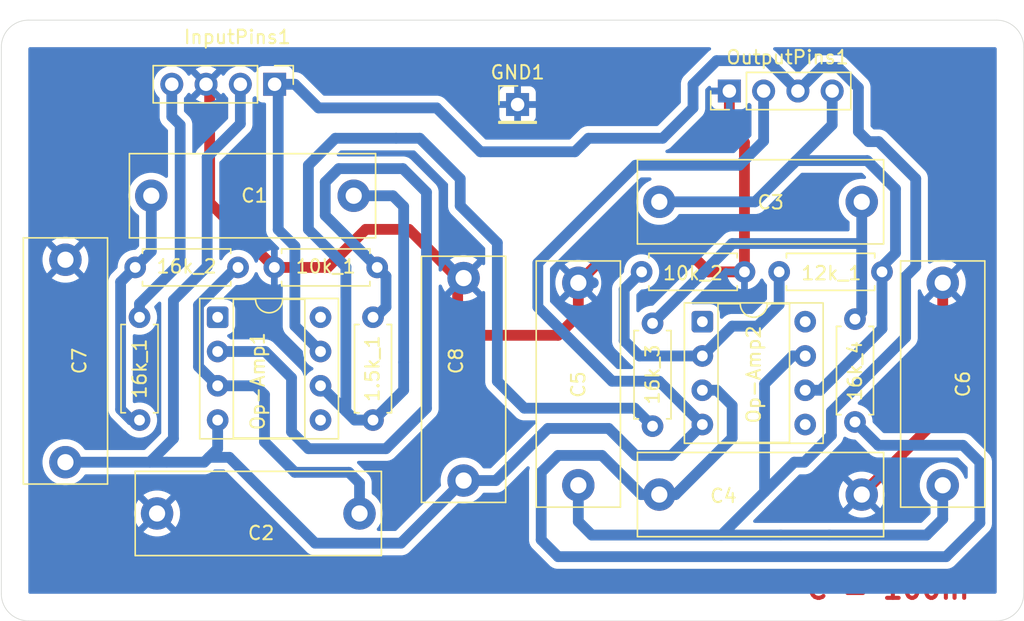
<source format=kicad_pcb>
(kicad_pcb (version 20241229) (generator "pcbnew") (generator_version "9.0")
  (layers (0 "F.Cu" signal) (2 "B.Cu" signal) (13 "F.Paste" user) (15 "B.Paste" user) (5 "F.SilkS" user "F.Silkscreen") (7 "B.SilkS" user "B.Silkscreen") (1 "F.Mask" user) (3 "B.Mask" user) (25 "Edge.Cuts" user))
  (net 0 "")
  (net 1 "GND")
  (net 2 "Net-(1.5k_1-Pad1)")
  (net 3 "Net-(Op-Amp1--)")
  (net 4 "Net-(Op-Amp2--)")
  (net 5 "V+")
  (net 6 "V-")
  (net 7 "Net-(16k_1-Pad2)")
  (net 8 "Net-(Op-Amp1-+)")
  (net 9 "Net-(Op-Amp2-+)")
  (net 16 "INPUT")
  (net 17 "Output")
  (net 18 "Net-(16k_3-Pad2)")
  (footprint "Connector_PinHeader_2.54mm:PinHeader_1x01_P2.54mm_Vertical" (layer "F.Cu") (at 162.5 92.5)
    (property "Reference" "GND1" (at 0 -2.38 0) (layer "F.SilkS"))
    (property "Value" "Conn_01x01_Pin")
    (fp_line (start -1.38 -1.38) (end 0 -1.38) (stroke (width 0.12)) (layer "F.SilkS"))
    (fp_line (start -1.38 0) (end -1.38 -1.38) (stroke (width 0.12)) (layer "F.SilkS"))
    (fp_line (start -1.38 1.27) (end -1.38 1.38) (stroke (width 0.12)) (layer "F.SilkS"))
    (fp_line (start -1.38 1.27) (end 1.38 1.27) (stroke (width 0.12)) (layer "F.SilkS"))
    (fp_line (start -1.38 1.38) (end 1.38 1.38) (stroke (width 0.12)) (layer "F.SilkS"))
    (fp_line (start 1.38 1.27) (end 1.38 1.38) (stroke (width 0.12)) (layer "F.SilkS"))
    (pad "1" thru_hole rect (at 0 0) (size 1.7 1.7) (drill 1) (layers "*.Cu" "*.Mask") (net 1 "GND"))
  )
  (footprint "Capacitor_THT:C_Rect_L18.0mm_W6.0mm_P15.00mm_FKS3_FKP3" (layer "F.Cu") (at 158.5 120.359814 90)
    (property "Reference" "C8" (at 8.859814 -0.559814 90) (layer "F.SilkS"))
    (property "Value" "C")
    (fp_line (start 16.62 -3.12) (end 16.62 3.12) (stroke (width 0.12)) (layer "F.SilkS"))
    (fp_line (start -1.62 -3.12) (end 16.62 -3.12) (stroke (width 0.12)) (layer "F.SilkS"))
    (fp_line (start -1.62 -3.12) (end -1.62 3.12) (stroke (width 0.12)) (layer "F.SilkS"))
    (fp_line (start -1.62 3.12) (end 16.62 3.12) (stroke (width 0.12)) (layer "F.SilkS"))
    (pad "1" thru_hole circle (at 0 0 90) (size 2.4 2.4) (drill 1.2) (layers "*.Cu" "*.Mask") (net 6 "V-"))
    (pad "2" thru_hole circle (at 15 0 90) (size 2.4 2.4) (drill 1.2) (layers "*.Cu" "*.Mask") (net 1 "GND"))
  )
  (footprint "Resistor_THT:R_Axial_DIN0207_L6.3mm_D2.5mm_P7.62mm_Horizontal" (layer "F.Cu") (at 134.169 104.57)
    (property "Reference" "16k_2" (at 3.81 -0.07 0) (layer "F.SilkS"))
    (property "Value" "R")
    (fp_line (start 0.54 -1.37) (end 7.08 -1.37) (stroke (width 0.12)) (layer "F.SilkS"))
    (fp_line (start 0.54 -1.04) (end 0.54 -1.37) (stroke (width 0.12)) (layer "F.SilkS"))
    (fp_line (start 0.54 1.04) (end 0.54 1.37) (stroke (width 0.12)) (layer "F.SilkS"))
    (fp_line (start 0.54 1.37) (end 7.08 1.37) (stroke (width 0.12)) (layer "F.SilkS"))
    (fp_line (start 7.08 -1.37) (end 7.08 -1.04) (stroke (width 0.12)) (layer "F.SilkS"))
    (fp_line (start 7.08 1.37) (end 7.08 1.04) (stroke (width 0.12)) (layer "F.SilkS"))
    (pad "1" thru_hole circle (at 0 0) (size 1.6 1.6) (drill 0.8) (layers "*.Cu" "*.Mask") (net 7 "Net-(16k_1-Pad2)"))
    (pad "2" thru_hole oval (at 7.62 0) (size 1.6 1.6) (drill 0.8) (layers "*.Cu" "*.Mask") (net 8 "Net-(Op-Amp1-+)"))
  )
  (footprint "Connector_PinHeader_2.54mm:PinHeader_1x04_P2.54mm_Vertical" (layer "F.Cu") (at 178.19 91.5 90)
    (property "Reference" "OutputPins1" (at 2.5 4.31 180) (layer "F.SilkS"))
    (property "Value" "Conn_01x04_Pin")
    (fp_line (start -1.38 -1.38) (end 0 -1.38) (stroke (width 0.12)) (layer "F.SilkS"))
    (fp_line (start -1.38 0) (end -1.38 -1.38) (stroke (width 0.12)) (layer "F.SilkS"))
    (fp_line (start 1.38 1.27) (end 1.38 9) (stroke (width 0.12)) (layer "F.SilkS"))
    (fp_line (start -1.38 1.27) (end 1.38 1.27) (stroke (width 0.12)) (layer "F.SilkS"))
    (fp_line (start -1.38 1.27) (end -1.38 9) (stroke (width 0.12)) (layer "F.SilkS"))
    (fp_line (start -1.38 9) (end 1.38 9) (stroke (width 0.12)) (layer "F.SilkS"))
    (pad "1" thru_hole rect (at 0 0 90) (size 1.7 1.7) (drill 1) (layers "*.Cu" "*.Mask") (net 1 "GND"))
    (pad "2" thru_hole circle (at 0 2.54 90) (size 1.7 1.7) (drill 1) (layers "*.Cu" "*.Mask") (net 6 "V-"))
    (pad "3" thru_hole circle (at 0 5.08 90) (size 1.7 1.7) (drill 1) (layers "*.Cu" "*.Mask") (net 5 "V+"))
    (pad "4" thru_hole circle (at 0 7.62 90) (size 1.7 1.7) (drill 1) (layers "*.Cu" "*.Mask") (net 17 "Output"))
  )
  (footprint "Capacitor_THT:C_Rect_L18.0mm_W6.0mm_P15.00mm_FKS3_FKP3" (layer "F.Cu") (at 129 119 90)
    (property "Reference" "C7" (at 7.5 1.039 90) (layer "F.SilkS"))
    (property "Value" "C")
    (fp_line (start 16.62 -3.12) (end 16.62 3.12) (stroke (width 0.12)) (layer "F.SilkS"))
    (fp_line (start -1.62 -3.12) (end 16.62 -3.12) (stroke (width 0.12)) (layer "F.SilkS"))
    (fp_line (start -1.62 -3.12) (end -1.62 3.12) (stroke (width 0.12)) (layer "F.SilkS"))
    (fp_line (start -1.62 3.12) (end 16.62 3.12) (stroke (width 0.12)) (layer "F.SilkS"))
    (pad "1" thru_hole circle (at 0 0 90) (size 2.4 2.4) (drill 1.2) (layers "*.Cu" "*.Mask") (net 6 "V-"))
    (pad "2" thru_hole circle (at 15 0 90) (size 2.4 2.4) (drill 1.2) (layers "*.Cu" "*.Mask") (net 1 "GND"))
  )
  (footprint "Resistor_THT:R_Axial_DIN0207_L6.3mm_D2.5mm_P7.62mm_Horizontal" (layer "F.Cu") (at 134.489 108.26 -90)
    (property "Reference" "16k_1" (at 3.81 -0.011 90) (layer "F.SilkS"))
    (property "Value" "R")
    (fp_line (start 0.54 1.37) (end 7.08 1.37) (stroke (width 0.12)) (layer "F.SilkS"))
    (fp_line (start 7.08 1.37) (end 7.08 1.04) (stroke (width 0.12)) (layer "F.SilkS"))
    (fp_line (start 0.54 1.04) (end 0.54 1.37) (stroke (width 0.12)) (layer "F.SilkS"))
    (fp_line (start 0.54 -1.04) (end 0.54 -1.37) (stroke (width 0.12)) (layer "F.SilkS"))
    (fp_line (start 0.54 -1.37) (end 7.08 -1.37) (stroke (width 0.12)) (layer "F.SilkS"))
    (fp_line (start 7.08 -1.37) (end 7.08 -1.04) (stroke (width 0.12)) (layer "F.SilkS"))
    (pad "1" thru_hole circle (at 0 0 270) (size 1.6 1.6) (drill 0.8) (layers "*.Cu" "*.Mask") (net 16 "INPUT"))
    (pad "2" thru_hole oval (at 7.62 0 270) (size 1.6 1.6) (drill 0.8) (layers "*.Cu" "*.Mask") (net 7 "Net-(16k_1-Pad2)"))
  )
  (footprint "Capacitor_THT:C_Rect_L18.0mm_W6.0mm_P15.00mm_FKS3_FKP3" (layer "F.Cu") (at 167 120.71 90)
    (property "Reference" "C5" (at 7.46 0 90) (layer "F.SilkS"))
    (property "Value" "C")
    (fp_line (start 16.62 -3.12) (end 16.62 3.12) (stroke (width 0.12)) (layer "F.SilkS"))
    (fp_line (start -1.62 -3.12) (end 16.62 -3.12) (stroke (width 0.12)) (layer "F.SilkS"))
    (fp_line (start -1.62 -3.12) (end -1.62 3.12) (stroke (width 0.12)) (layer "F.SilkS"))
    (fp_line (start -1.62 3.12) (end 16.62 3.12) (stroke (width 0.12)) (layer "F.SilkS"))
    (pad "1" thru_hole circle (at 0 0 90) (size 2.4 2.4) (drill 1.2) (layers "*.Cu" "*.Mask") (net 5 "V+"))
    (pad "2" thru_hole circle (at 15 0 90) (size 2.4 2.4) (drill 1.2) (layers "*.Cu" "*.Mask") (net 1 "GND"))
  )
  (footprint "Package_DIP:DIP-8_W7.62mm_Socket" (layer "F.Cu") (at 176.19 108.59)
    (property "Reference" "Op-Amp2" (at 3.81 3.91 270) (layer "F.SilkS"))
    (property "Value" "TL081")
    (fp_line (start 1.16 -1.33) (end 1.16 8.95) (stroke (width 0.12)) (layer "F.SilkS"))
    (fp_line (start 1.16 8.95) (end 6.46 8.95) (stroke (width 0.12)) (layer "F.SilkS"))
    (fp_line (start 2.81 -1.33) (end 1.16 -1.33) (stroke (width 0.12)) (layer "F.SilkS"))
    (fp_line (start 6.46 -1.33) (end 4.81 -1.33) (stroke (width 0.12)) (layer "F.SilkS"))
    (fp_line (start 6.46 8.95) (end 6.46 -1.33) (stroke (width 0.12)) (layer "F.SilkS"))
    (fp_rect (start -1.33 -1.39) (end 8.95 9.01) (stroke (width 0.12)) (fill no) (layer "F.SilkS"))
    (fp_arc (start 4.81 -1.33) (mid 3.81 -0.33) (end 2.81 -1.33) (stroke (width 0.12)) (layer "F.SilkS"))
    (pad "1" thru_hole roundrect (at 0 0) (size 1.6 1.6) (drill 0.8) (layers "*.Cu" "*.Mask") (roundrect_rratio 0.15625))
    (pad "2" thru_hole circle (at 0 2.54) (size 1.6 1.6) (drill 0.8) (layers "*.Cu" "*.Mask") (net 4 "Net-(Op-Amp2--)"))
    (pad "3" thru_hole circle (at 0 5.08) (size 1.6 1.6) (drill 0.8) (layers "*.Cu" "*.Mask") (net 9 "Net-(Op-Amp2-+)"))
    (pad "4" thru_hole circle (at 0 7.62) (size 1.6 1.6) (drill 0.8) (layers "*.Cu" "*.Mask") (net 6 "V-"))
    (pad "5" thru_hole circle (at 7.62 7.62) (size 1.6 1.6) (drill 0.8) (layers "*.Cu" "*.Mask"))
    (pad "6" thru_hole circle (at 7.62 5.08) (size 1.6 1.6) (drill 0.8) (layers "*.Cu" "*.Mask") (net 17 "Output"))
    (pad "7" thru_hole circle (at 7.62 2.54) (size 1.6 1.6) (drill 0.8) (layers "*.Cu" "*.Mask") (net 5 "V+"))
    (pad "8" thru_hole circle (at 7.62 0) (size 1.6 1.6) (drill 0.8) (layers "*.Cu" "*.Mask"))
  )
  (footprint "Capacitor_THT:C_Rect_L18.0mm_W6.0mm_P15.00mm_FKS3_FKP3" (layer "F.Cu") (at 194 120.71 90)
    (property "Reference" "C6" (at 7.5 1.5 90) (layer "F.SilkS"))
    (property "Value" "C")
    (fp_line (start 16.62 -3.12) (end 16.62 3.12) (stroke (width 0.12)) (layer "F.SilkS"))
    (fp_line (start -1.62 -3.12) (end 16.62 -3.12) (stroke (width 0.12)) (layer "F.SilkS"))
    (fp_line (start -1.62 -3.12) (end -1.62 3.12) (stroke (width 0.12)) (layer "F.SilkS"))
    (fp_line (start -1.62 3.12) (end 16.62 3.12) (stroke (width 0.12)) (layer "F.SilkS"))
    (pad "1" thru_hole circle (at 0 0 90) (size 2.4 2.4) (drill 1.2) (layers "*.Cu" "*.Mask") (net 5 "V+"))
    (pad "2" thru_hole circle (at 15 0 90) (size 2.4 2.4) (drill 1.2) (layers "*.Cu" "*.Mask") (net 1 "GND"))
  )
  (footprint "Resistor_THT:R_Axial_DIN0207_L6.3mm_D2.5mm_P7.62mm_Horizontal" (layer "F.Cu") (at 152.099 104.57 180)
    (property "Reference" "10k_1" (at 3.81 0.07 0) (layer "F.SilkS"))
    (property "Value" "R")
    (fp_line (start 7.08 1.37) (end 7.08 1.04) (stroke (width 0.12)) (layer "F.SilkS"))
    (fp_line (start 7.08 -1.37) (end 7.08 -1.04) (stroke (width 0.12)) (layer "F.SilkS"))
    (fp_line (start 0.54 1.37) (end 7.08 1.37) (stroke (width 0.12)) (layer "F.SilkS"))
    (fp_line (start 0.54 1.04) (end 0.54 1.37) (stroke (width 0.12)) (layer "F.SilkS"))
    (fp_line (start 0.54 -1.04) (end 0.54 -1.37) (stroke (width 0.12)) (layer "F.SilkS"))
    (fp_line (start 0.54 -1.37) (end 7.08 -1.37) (stroke (width 0.12)) (layer "F.SilkS"))
    (pad "1" thru_hole circle (at 0 0 180) (size 1.6 1.6) (drill 0.8) (layers "*.Cu" "*.Mask") (net 3 "Net-(Op-Amp1--)"))
    (pad "2" thru_hole oval (at 7.62 0 180) (size 1.6 1.6) (drill 0.8) (layers "*.Cu" "*.Mask") (net 1 "GND"))
  )
  (footprint "Capacitor_THT:C_Rect_L18.0mm_W6.0mm_P15.00mm_FKS3_FKP3" (layer "F.Cu") (at 173 99.71)
    (property "Reference" "C3" (at 8.25 0.04 0) (layer "F.SilkS"))
    (property "Value" "C")
    (fp_line (start -1.62 -3.12) (end -1.62 3.12) (stroke (width 0.12)) (layer "F.SilkS"))
    (fp_line (start -1.62 -3.12) (end 16.62 -3.12) (stroke (width 0.12)) (layer "F.SilkS"))
    (fp_line (start -1.62 3.12) (end 16.62 3.12) (stroke (width 0.12)) (layer "F.SilkS"))
    (fp_line (start 16.62 -3.12) (end 16.62 3.12) (stroke (width 0.12)) (layer "F.SilkS"))
    (pad "1" thru_hole circle (at 0 0) (size 2.4 2.4) (drill 1.2) (layers "*.Cu" "*.Mask") (net 17 "Output"))
    (pad "2" thru_hole circle (at 15 0) (size 2.4 2.4) (drill 1.2) (layers "*.Cu" "*.Mask") (net 18 "Net-(16k_3-Pad2)"))
  )
  (footprint "Resistor_THT:R_Axial_DIN0207_L6.3mm_D2.5mm_P7.62mm_Horizontal" (layer "F.Cu") (at 189.5 104.9 180)
    (property "Reference" "12k_1" (at 3.75 -0.1 0) (layer "F.SilkS"))
    (property "Value" "R")
    (fp_line (start 7.08 1.37) (end 7.08 1.04) (stroke (width 0.12)) (layer "F.SilkS"))
    (fp_line (start 7.08 -1.37) (end 7.08 -1.04) (stroke (width 0.12)) (layer "F.SilkS"))
    (fp_line (start 0.54 1.37) (end 7.08 1.37) (stroke (width 0.12)) (layer "F.SilkS"))
    (fp_line (start 0.54 1.04) (end 0.54 1.37) (stroke (width 0.12)) (layer "F.SilkS"))
    (fp_line (start 0.54 -1.04) (end 0.54 -1.37) (stroke (width 0.12)) (layer "F.SilkS"))
    (fp_line (start 0.54 -1.37) (end 7.08 -1.37) (stroke (width 0.12)) (layer "F.SilkS"))
    (pad "1" thru_hole circle (at 0 0 180) (size 1.6 1.6) (drill 0.8) (layers "*.Cu" "*.Mask") (net 17 "Output"))
    (pad "2" thru_hole oval (at 7.62 0 180) (size 1.6 1.6) (drill 0.8) (layers "*.Cu" "*.Mask") (net 4 "Net-(Op-Amp2--)"))
  )
  (footprint "Resistor_THT:R_Axial_DIN0207_L6.3mm_D2.5mm_P7.62mm_Horizontal" (layer "F.Cu") (at 187.5 108.4 -90)
    (property "Reference" "16k_4" (at 3.85 0 90) (layer "F.SilkS"))
    (property "Value" "R")
    (fp_line (start 0.54 1.37) (end 7.08 1.37) (stroke (width 0.12)) (layer "F.SilkS"))
    (fp_line (start 7.08 1.37) (end 7.08 1.04) (stroke (width 0.12)) (layer "F.SilkS"))
    (fp_line (start 0.54 1.04) (end 0.54 1.37) (stroke (width 0.12)) (layer "F.SilkS"))
    (fp_line (start 0.54 -1.04) (end 0.54 -1.37) (stroke (width 0.12)) (layer "F.SilkS"))
    (fp_line (start 0.54 -1.37) (end 7.08 -1.37) (stroke (width 0.12)) (layer "F.SilkS"))
    (fp_line (start 7.08 -1.37) (end 7.08 -1.04) (stroke (width 0.12)) (layer "F.SilkS"))
    (pad "1" thru_hole circle (at 0 0 270) (size 1.6 1.6) (drill 0.8) (layers "*.Cu" "*.Mask") (net 18 "Net-(16k_3-Pad2)"))
    (pad "2" thru_hole oval (at 7.62 0 270) (size 1.6 1.6) (drill 0.8) (layers "*.Cu" "*.Mask") (net 9 "Net-(Op-Amp2-+)"))
  )
  (footprint "Resistor_THT:R_Axial_DIN0207_L6.3mm_D2.5mm_P7.62mm_Horizontal" (layer "F.Cu") (at 151.789 115.88 90)
    (property "Reference" "1.5k_1" (at 3.81 -0.039 90) (layer "F.SilkS"))
    (property "Value" "R")
    (fp_line (start 7.08 -1.37) (end 7.08 -1.04) (stroke (width 0.12)) (layer "F.SilkS"))
    (fp_line (start 0.54 -1.37) (end 7.08 -1.37) (stroke (width 0.12)) (layer "F.SilkS"))
    (fp_line (start 0.54 -1.04) (end 0.54 -1.37) (stroke (width 0.12)) (layer "F.SilkS"))
    (fp_line (start 0.54 1.04) (end 0.54 1.37) (stroke (width 0.12)) (layer "F.SilkS"))
    (fp_line (start 7.08 1.37) (end 7.08 1.04) (stroke (width 0.12)) (layer "F.SilkS"))
    (fp_line (start 0.54 1.37) (end 7.08 1.37) (stroke (width 0.12)) (layer "F.SilkS"))
    (pad "1" thru_hole circle (at 0 0 90) (size 1.6 1.6) (drill 0.8) (layers "*.Cu" "*.Mask") (net 2 "Net-(1.5k_1-Pad1)"))
    (pad "2" thru_hole oval (at 7.62 0 90) (size 1.6 1.6) (drill 0.8) (layers "*.Cu" "*.Mask") (net 3 "Net-(Op-Amp1--)"))
  )
  (footprint "Capacitor_THT:C_Rect_L18.0mm_W6.0mm_P15.00mm_FKS3_FKP3" (layer "F.Cu") (at 150.359814 99.259814 180)
    (property "Reference" "C1" (at 7.359814 0.009814 0) (layer "F.SilkS"))
    (property "Value" "C")
    (fp_line (start 16.62 -3.12) (end 16.62 3.12) (stroke (width 0.12)) (layer "F.SilkS"))
    (fp_line (start -1.62 3.12) (end 16.62 3.12) (stroke (width 0.12)) (layer "F.SilkS"))
    (fp_line (start -1.62 -3.12) (end 16.62 -3.12) (stroke (width 0.12)) (layer "F.SilkS"))
    (fp_line (start -1.62 -3.12) (end -1.62 3.12) (stroke (width 0.12)) (layer "F.SilkS"))
    (pad "1" thru_hole circle (at 0 0 180) (size 2.4 2.4) (drill 1.2) (layers "*.Cu" "*.Mask") (net 2 "Net-(1.5k_1-Pad1)"))
    (pad "2" thru_hole circle (at 15 0 180) (size 2.4 2.4) (drill 1.2) (layers "*.Cu" "*.Mask") (net 7 "Net-(16k_1-Pad2)"))
  )
  (footprint "Capacitor_THT:C_Rect_L18.0mm_W6.0mm_P15.00mm_FKS3_FKP3" (layer "F.Cu") (at 135.789 122.8)
    (property "Reference" "C2" (at 7.711 1.45 0) (layer "F.SilkS"))
    (property "Value" "C")
    (fp_line (start -1.62 -3.12) (end -1.62 3.12) (stroke (width 0.12)) (layer "F.SilkS"))
    (fp_line (start -1.62 -3.12) (end 16.62 -3.12) (stroke (width 0.12)) (layer "F.SilkS"))
    (fp_line (start -1.62 3.12) (end 16.62 3.12) (stroke (width 0.12)) (layer "F.SilkS"))
    (fp_line (start 16.62 -3.12) (end 16.62 3.12) (stroke (width 0.12)) (layer "F.SilkS"))
    (pad "1" thru_hole circle (at 0 0) (size 2.4 2.4) (drill 1.2) (layers "*.Cu" "*.Mask") (net 1 "GND"))
    (pad "2" thru_hole circle (at 15 0) (size 2.4 2.4) (drill 1.2) (layers "*.Cu" "*.Mask") (net 8 "Net-(Op-Amp1-+)"))
  )
  (footprint "Connector_PinHeader_2.54mm:PinHeader_1x04_P2.54mm_Vertical" (layer "F.Cu") (at 144.5 91 -90)
    (property "Reference" "InputPins1" (at -3.5 2.764814 0) (layer "F.SilkS"))
    (property "Value" "Conn_01x04_Pin")
    (fp_line (start -1.38 9) (end 1.38 9) (stroke (width 0.12)) (layer "F.SilkS"))
    (fp_line (start -1.38 1.27) (end -1.38 9) (stroke (width 0.12)) (layer "F.SilkS"))
    (fp_line (start -1.38 1.27) (end 1.38 1.27) (stroke (width 0.12)) (layer "F.SilkS"))
    (fp_line (start 1.38 1.27) (end 1.38 9) (stroke (width 0.12)) (layer "F.SilkS"))
    (fp_line (start -1.38 0) (end -1.38 -1.38) (stroke (width 0.12)) (layer "F.SilkS"))
    (fp_line (start -1.38 -1.38) (end 0 -1.38) (stroke (width 0.12)) (layer "F.SilkS"))
    (pad "1" thru_hole rect (at 0 0 270) (size 1.7 1.7) (drill 1) (layers "*.Cu" "*.Mask") (net 5 "V+"))
    (pad "2" thru_hole circle (at 0 2.54 270) (size 1.7 1.7) (drill 1) (layers "*.Cu" "*.Mask") (net 6 "V-"))
    (pad "3" thru_hole circle (at 0 5.08 270) (size 1.7 1.7) (drill 1) (layers "*.Cu" "*.Mask") (net 1 "GND"))
    (pad "4" thru_hole circle (at 0 7.62 270) (size 1.7 1.7) (drill 1) (layers "*.Cu" "*.Mask") (net 16 "INPUT"))
  )
  (footprint "Capacitor_THT:C_Rect_L18.0mm_W6.0mm_P15.00mm_FKS3_FKP3" (layer "F.Cu") (at 188 121.4 180)
    (property "Reference" "C4" (at 10.25 -0.1 180) (layer "F.SilkS"))
    (property "Value" "C")
    (fp_line (start 16.62 -3.12) (end 16.62 3.12) (stroke (width 0.12)) (layer "F.SilkS"))
    (fp_line (start -1.62 3.12) (end 16.62 3.12) (stroke (width 0.12)) (layer "F.SilkS"))
    (fp_line (start -1.62 -3.12) (end 16.62 -3.12) (stroke (width 0.12)) (layer "F.SilkS"))
    (fp_line (start -1.62 -3.12) (end -1.62 3.12) (stroke (width 0.12)) (layer "F.SilkS"))
    (pad "1" thru_hole circle (at 0 0 180) (size 2.4 2.4) (drill 1.2) (layers "*.Cu" "*.Mask") (net 1 "GND"))
    (pad "2" thru_hole circle (at 15 0 180) (size 2.4 2.4) (drill 1.2) (layers "*.Cu" "*.Mask") (net 9 "Net-(Op-Amp2-+)"))
  )
  (footprint "Package_DIP:DIP-8_W7.62mm_Socket" (layer "F.Cu") (at 140.279 108.26)
    (property "Reference" "Op-Amp1" (at 2.971 4.74 90) (layer "F.SilkS"))
    (property "Value" "TL081")
    (fp_line (start 1.16 -1.33) (end 1.16 8.95) (stroke (width 0.12)) (layer "F.SilkS"))
    (fp_line (start 1.16 8.95) (end 6.46 8.95) (stroke (width 0.12)) (layer "F.SilkS"))
    (fp_line (start 2.81 -1.33) (end 1.16 -1.33) (stroke (width 0.12)) (layer "F.SilkS"))
    (fp_line (start 6.46 -1.33) (end 4.81 -1.33) (stroke (width 0.12)) (layer "F.SilkS"))
    (fp_line (start 6.46 8.95) (end 6.46 -1.33) (stroke (width 0.12)) (layer "F.SilkS"))
    (fp_rect (start -1.33 -1.39) (end 8.95 9.01) (stroke (width 0.12)) (fill no) (layer "F.SilkS"))
    (fp_arc (start 4.81 -1.33) (mid 3.81 -0.33) (end 2.81 -1.33) (stroke (width 0.12)) (layer "F.SilkS"))
    (pad "1" thru_hole roundrect (at 0 0) (size 1.6 1.6) (drill 0.8) (layers "*.Cu" "*.Mask") (roundrect_rratio 0.15625))
    (pad "2" thru_hole circle (at 0 2.54) (size 1.6 1.6) (drill 0.8) (layers "*.Cu" "*.Mask") (net 3 "Net-(Op-Amp1--)"))
    (pad "3" thru_hole circle (at 0 5.08) (size 1.6 1.6) (drill 0.8) (layers "*.Cu" "*.Mask") (net 8 "Net-(Op-Amp1-+)"))
    (pad "4" thru_hole circle (at 0 7.62) (size 1.6 1.6) (drill 0.8) (layers "*.Cu" "*.Mask") (net 6 "V-"))
    (pad "5" thru_hole circle (at 7.62 7.62) (size 1.6 1.6) (drill 0.8) (layers "*.Cu" "*.Mask"))
    (pad "6" thru_hole circle (at 7.62 5.08) (size 1.6 1.6) (drill 0.8) (layers "*.Cu" "*.Mask") (net 2 "Net-(1.5k_1-Pad1)"))
    (pad "7" thru_hole circle (at 7.62 2.54) (size 1.6 1.6) (drill 0.8) (layers "*.Cu" "*.Mask") (net 5 "V+"))
    (pad "8" thru_hole circle (at 7.62 0) (size 1.6 1.6) (drill 0.8) (layers "*.Cu" "*.Mask"))
  )
  (footprint "Resistor_THT:R_Axial_DIN0207_L6.3mm_D2.5mm_P7.62mm_Horizontal" (layer "F.Cu") (at 172.5 116.33 90)
    (property "Reference" "16k_3" (at 3.83 0 90) (layer "F.SilkS"))
    (property "Value" "R")
    (fp_line (start 7.08 -1.37) (end 7.08 -1.04) (stroke (width 0.12)) (layer "F.SilkS"))
    (fp_line (start 0.54 -1.37) (end 7.08 -1.37) (stroke (width 0.12)) (layer "F.SilkS"))
    (fp_line (start 0.54 -1.04) (end 0.54 -1.37) (stroke (width 0.12)) (layer "F.SilkS"))
    (fp_line (start 0.54 1.04) (end 0.54 1.37) (stroke (width 0.12)) (layer "F.SilkS"))
    (fp_line (start 7.08 1.37) (end 7.08 1.04) (stroke (width 0.12)) (layer "F.SilkS"))
    (fp_line (start 0.54 1.37) (end 7.08 1.37) (stroke (width 0.12)) (layer "F.SilkS"))
    (pad "1" thru_hole circle (at 0 0 90) (size 1.6 1.6) (drill 0.8) (layers "*.Cu" "*.Mask") (net 2 "Net-(1.5k_1-Pad1)"))
    (pad "2" thru_hole oval (at 7.62 0 90) (size 1.6 1.6) (drill 0.8) (layers "*.Cu" "*.Mask"))
  )
  (footprint "Resistor_THT:R_Axial_DIN0207_L6.3mm_D2.5mm_P7.62mm_Horizontal" (layer "F.Cu") (at 171.69 104.9)
    (property "Reference" "10k_2" (at 3.81 0.1 0) (layer "F.SilkS"))
    (property "Value" "R")
    (fp_line (start 0.54 -1.37) (end 7.08 -1.37) (stroke (width 0.12)) (layer "F.SilkS"))
    (fp_line (start 0.54 -1.04) (end 0.54 -1.37) (stroke (width 0.12)) (layer "F.SilkS"))
    (fp_line (start 0.54 1.04) (end 0.54 1.37) (stroke (width 0.12)) (layer "F.SilkS"))
    (fp_line (start 0.54 1.37) (end 7.08 1.37) (stroke (width 0.12)) (layer "F.SilkS"))
    (fp_line (start 7.08 -1.37) (end 7.08 -1.04) (stroke (width 0.12)) (layer "F.SilkS"))
    (fp_line (start 7.08 1.37) (end 7.08 1.04) (stroke (width 0.12)) (layer "F.SilkS"))
    (pad "1" thru_hole circle (at 0 0) (size 1.6 1.6) (drill 0.8) (layers "*.Cu" "*.Mask") (net 4 "Net-(Op-Amp2--)"))
    (pad "2" thru_hole oval (at 7.62 0) (size 1.6 1.6) (drill 0.8) (layers "*.Cu" "*.Mask") (net 1 "GND"))
  )
  (gr_arc (start 126.25 130.75) (mid 124.835786 130.164214) (end 124.25 128.75) (stroke (width 0.05)) (layer "Edge.Cuts"))
  (gr_line (start 126.25 86.25) (end 198 86.25) (stroke (width 0.05)) (layer "Edge.Cuts"))
  (gr_line (start 198 130.75) (end 126.25 130.75) (stroke (width 0.05)) (layer "Edge.Cuts"))
  (gr_line (start 124.25 128.75) (end 124.25 88.25) (stroke (width 0.05)) (layer "Edge.Cuts"))
  (gr_arc (start 198 86.25) (mid 199.414214 86.835786) (end 200 88.25) (stroke (width 0.05)) (layer "Edge.Cuts"))
  (gr_line (start 200 88.25) (end 200 128.75) (stroke (width 0.05)) (layer "Edge.Cuts"))
  (gr_arc (start 124.25 88.25) (mid 124.835786 86.835786) (end 126.25 86.25) (stroke (width 0.05)) (layer "Edge.Cuts"))
  (gr_arc (start 200 128.75) (mid 199.414214 130.164214) (end 198 130.75) (stroke (width 0.05)) (layer "Edge.Cuts"))
  (gr_text "C = 100nF" (at 183.75 129.25 0) (layer "F.Cu") (effects (font (size 1.5 1.5) (thickness 0.3) (bold yes)) (justify left bottom)))
  (segment (start 178.19 94.19) (end 178.19 91.5) (width 0.8) (layer "F.Cu") (net 1))
  (segment (start 194 115.4) (end 194 105.71) (width 0.8) (layer "F.Cu") (net 1))
  (segment (start 176.65 104.9) (end 179.31 104.9) (width 0.8) (layer "F.Cu") (net 1))
  (segment (start 158.059814 105.359814) (end 158.5 105.359814) (width 0.8) (layer "F.Cu") (net 1))
  (segment (start 144.479 104.57) (end 148.43 104.57) (width 0.8) (layer "F.Cu") (net 1))
  (segment (start 179.31 95.31) (end 178.19 94.19) (width 0.8) (layer "F.Cu") (net 1))
  (segment (start 139.42 91) (end 139.684814 91.264814) (width 0.8) (layer "F.Cu") (net 1))
  (segment (start 158.059814 108.459814) (end 158.059814 105.8) (width 0.8) (layer "F.Cu") (net 1))
  (segment (start 170.46 102.25) (end 174 102.25) (width 0.8) (layer "F.Cu") (net 1))
  (segment (start 167 105.71) (end 170.46 102.25) (width 0.8) (layer "F.Cu") (net 1))
  (segment (start 139.684814 99.775814) (end 144.479 104.57) (width 0.8) (layer "F.Cu") (net 1))
  (segment (start 174 102.25) (end 176.65 104.9) (width 0.8) (layer "F.Cu") (net 1))
  (segment (start 139.684814 91.264814) (end 139.684814 99.775814) (width 0.8) (layer "F.Cu") (net 1))
  (segment (start 167 108.1) (end 165.5 109.6) (width 0.8) (layer "F.Cu") (net 1))
  (segment (start 165.5 109.6) (end 159.2 109.6) (width 0.8) (layer "F.Cu") (net 1))
  (segment (start 148.43 104.57) (end 151.25 101.75) (width 0.8) (layer "F.Cu") (net 1))
  (segment (start 158.059814 105.8) (end 158.5 105.359814) (width 0.8) (layer "F.Cu") (net 1))
  (segment (start 179.31 104.9) (end 179.31 95.31) (width 0.8) (layer "F.Cu") (net 1))
  (segment (start 154.45 101.75) (end 158.059814 105.359814) (width 0.8) (layer "F.Cu") (net 1))
  (segment (start 188 121.4) (end 194 115.4) (width 0.8) (layer "F.Cu") (net 1))
  (segment (start 159.2 109.6) (end 158.059814 108.459814) (width 0.8) (layer "F.Cu") (net 1))
  (segment (start 167 105.71) (end 167 108.1) (width 0.8) (layer "F.Cu") (net 1))
  (segment (start 151.25 101.75) (end 154.45 101.75) (width 0.8) (layer "F.Cu") (net 1))
  (segment (start 167 105.71) (end 168.11 105.71) (width 0.8) (layer "B.Cu") (net 1))
  (segment (start 154.059814 113.659814) (end 151.839628 115.88) (width 0.8) (layer "B.Cu") (net 2))
  (segment (start 153.5 95) (end 149 95) (width 0.8) (layer "B.Cu") (net 2))
  (segment (start 149.7795 104.5295) (end 149.7795 115.2205) (width 0.8) (layer "B.Cu") (net 2))
  (segment (start 171.17 115) (end 163 115) (width 0.8) (layer "B.Cu") (net 2))
  (segment (start 150.439 115.88) (end 149.7795 115.2205) (width 0.8) (layer "B.Cu") (net 2))
  (segment (start 149 95) (end 147 97) (width 0.8) (layer "B.Cu") (net 2))
  (segment (start 158.25 98) (end 155.25 95) (width 0.8) (layer "B.Cu") (net 2))
  (segment (start 155.25 95) (end 153.5 95) (width 0.8) (layer "B.Cu") (net 2))
  (segment (start 172.5 116.33) (end 171.17 115) (width 0.8) (layer "B.Cu") (net 2))
  (segment (start 147 97) (end 147 101.75) (width 0.8) (layer "B.Cu") (net 2))
  (segment (start 151.839628 115.88) (end 151.789 115.88) (width 0.8) (layer "B.Cu") (net 2))
  (segment (start 161 102.75) (end 158.25 100) (width 0.8) (layer "B.Cu") (net 2))
  (segment (start 161 113) (end 161 102.75) (width 0.8) (layer "B.Cu") (net 2))
  (segment (start 158.25 100) (end 158.25 98) (width 0.8) (layer "B.Cu") (net 2))
  (segment (start 163 115) (end 161 113) (width 0.8) (layer "B.Cu") (net 2))
  (segment (start 151.789 115.88) (end 150.439 115.88) (width 0.8) (layer "B.Cu") (net 2))
  (segment (start 154.059814 100.059814) (end 154.059814 111.6) (width 0.8) (layer "B.Cu") (net 2))
  (segment (start 149.7795 115.2205) (end 147.899 113.34) (width 0.8) (layer "B.Cu") (net 2))
  (segment (start 154.059814 111.6) (end 154.059814 113.659814) (width 0.8) (layer "B.Cu") (net 2))
  (segment (start 147 101.75) (end 149.7795 104.5295) (width 0.8) (layer "B.Cu") (net 2))
  (segment (start 153.259814 99.259814) (end 154.059814 100.059814) (width 0.8) (layer "B.Cu") (net 2))
  (segment (start 150.359814 99.259814) (end 153.259814 99.259814) (width 0.8) (layer "B.Cu") (net 2))
  (segment (start 145.75 112.75) (end 145.75 116.75) (width 0.8) (layer "B.Cu") (net 3))
  (segment (start 152.75 118) (end 155.75 115) (width 0.8) (layer "B.Cu") (net 3))
  (segment (start 151.99 108.26) (end 152.75 107.5) (width 0.8) (layer "B.Cu") (net 3))
  (segment (start 148.25 98.25) (end 148.25 100.721) (width 0.8) (layer "B.Cu") (net 3))
  (segment (start 154 97.25) (end 149.25 97.25) (width 0.8) (layer "B.Cu") (net 3))
  (segment (start 155.75 115) (end 155.75 99) (width 0.8) (layer "B.Cu") (net 3))
  (segment (start 155.75 99) (end 154 97.25) (width 0.8) (layer "B.Cu") (net 3))
  (segment (start 148.25 100.721) (end 152.099 104.57) (width 0.8) (layer "B.Cu") (net 3))
  (segment (start 147 118) (end 152.75 118) (width 0.8) (layer "B.Cu") (net 3))
  (segment (start 143.8 110.8) (end 145.75 112.75) (width 0.8) (layer "B.Cu") (net 3))
  (segment (start 149.25 97.25) (end 148.25 98.25) (width 0.8) (layer "B.Cu") (net 3))
  (segment (start 152.75 107.5) (end 152.75 105.221) (width 0.8) (layer "B.Cu") (net 3))
  (segment (start 151.789 108.26) (end 151.99 108.26) (width 0.8) (layer "B.Cu") (net 3))
  (segment (start 145.75 116.75) (end 147 118) (width 0.8) (layer "B.Cu") (net 3))
  (segment (start 152.75 105.221) (end 152.099 104.57) (width 0.8) (layer "B.Cu") (net 3))
  (segment (start 140.279 110.8) (end 143.8 110.8) (width 0.8) (layer "B.Cu") (net 3))
  (segment (start 176.19 111.13) (end 178.4 108.92) (width 0.8) (layer "B.Cu") (net 4))
  (segment (start 171.69 104.9) (end 170.4 106.19) (width 0.8) (layer "B.Cu") (net 4))
  (segment (start 170.4 110) (end 171.53 111.13) (width 0.8) (layer "B.Cu") (net 4))
  (segment (start 178.4 108.92) (end 180.28 108.92) (width 0.8) (layer "B.Cu") (net 4))
  (segment (start 170.4 106.19) (end 170.4 110) (width 0.8) (layer "B.Cu") (net 4))
  (segment (start 171.53 111.13) (end 176.19 111.13) (width 0.8) (layer "B.Cu") (net 4))
  (segment (start 180.28 108.92) (end 181.88 107.32) (width 0.8) (layer "B.Cu") (net 4))
  (segment (start 181.88 107.32) (end 181.88 104.9) (width 0.8) (layer "B.Cu") (net 4))
  (segment (start 194 123.2) (end 192.8 124.4) (width 0.8) (layer "B.Cu") (net 5))
  (segment (start 185.6 124.4) (end 182 124.4) (width 0.8) (layer "B.Cu") (net 5))
  (segment (start 144.5 91) (end 146 91) (width 0.8) (layer "B.Cu") (net 5))
  (segment (start 173.25 95) (end 175.5 92.75) (width 0.8) (layer "B.Cu") (net 5))
  (segment (start 144.764814 91.264814) (end 144.764814 101.764814) (width 0.8) (layer "B.Cu") (net 5))
  (segment (start 192 104.5) (end 191.25 105.25) (width 0.8) (layer "B.Cu") (net 5))
  (segment (start 167.75 95) (end 173.25 95) (width 0.8) (layer "B.Cu") (net 5))
  (segment (start 159.75 96) (end 166.75 96) (width 0.8) (layer "B.Cu") (net 5))
  (segment (start 182 124.4) (end 177.6 124.4) (width 0.8) (layer "B.Cu") (net 5))
  (segment (start 187.75 91.25) (end 187.75 94.5) (width 0.8) (layer "B.Cu") (net 5))
  (segment (start 180.8 113.2) (end 182.87 111.13) (width 0.8) (layer "B.Cu") (net 5))
  (segment (start 177.6 124.4) (end 180.8 121.2) (width 0.8) (layer "B.Cu") (net 5))
  (segment (start 183.75 119) (end 183 119) (width 0.8) (layer "B.Cu") (net 5))
  (segment (start 146 91) (end 147.75 92.75) (width 0.8) (layer "B.Cu") (net 5))
  (segment (start 183 119) (end 180.8 121.2) (width 0.8) (layer "B.Cu") (net 5))
  (segment (start 194 120.71) (end 194 123.2) (width 0.8) (layer "B.Cu") (net 5))
  (segment (start 181.02 89.25) (end 183.27 91.5) (width 0.8) (layer "B.Cu") (net 5))
  (segment (start 167 120.71) (end 167 123.4) (width 0.8) (layer "B.Cu") (net 5))
  (segment (start 166.75 96) (end 167.75 95) (width 0.8) (layer "B.Cu") (net 5))
  (segment (start 185.02 89.75) (end 186.25 89.75) (width 0.8) (layer "B.Cu") (net 5))
  (segment (start 147.75 92.75) (end 156.5 92.75) (width 0.8) (layer "B.Cu") (net 5))
  (segment (start 187.75 94.5) (end 188.5 95.25) (width 0.8) (layer "B.Cu") (net 5))
  (segment (start 168 124.4) (end 177.6 124.4) (width 0.8) (layer "B.Cu") (net 5))
  (segment (start 146 108.901) (end 147.899 110.8) (width 0.8) (layer "B.Cu") (net 5))
  (segment (start 191.25 105.25) (end 191.25 109.75) (width 0.8) (layer "B.Cu") (net 5))
  (segment (start 146 103) (end 146 108.901) (width 0.8) (layer "B.Cu") (net 5))
  (segment (start 144.764814 101.764814) (end 146 103) (width 0.8) (layer "B.Cu") (net 5))
  (segment (start 185.75 117) (end 183.75 119) (width 0.8) (layer "B.Cu") (net 5))
  (segment (start 180.8 121.2) (end 180.8 113.2) (width 0.8) (layer "B.Cu") (net 5))
  (segment (start 144.5 91) (end 144.764814 91.264814) (width 0.8) (layer "B.Cu") (net 5))
  (segment (start 156.5 92.75) (end 159.75 96) (width 0.8) (layer "B.Cu") (net 5))
  (segment (start 183.27 91.5) (end 185.02 89.75) (width 0.8) (layer "B.Cu") (net 5))
  (segment (start 177.25 89.25) (end 181.02 89.25) (width 0.8) (layer "B.Cu") (net 5))
  (segment (start 175.5 92.75) (end 175.5 91) (width 0.8) (layer "B.Cu") (net 5))
  (segment (start 182.87 111.13) (end 183.81 111.13) (width 0.8) (layer "B.Cu") (net 5))
  (segment (start 192 98) (end 192 104.5) (width 0.8) (layer "B.Cu") (net 5))
  (segment (start 192.8 124.4) (end 185.6 124.4) (width 0.8) (layer "B.Cu") (net 5))
  (segment (start 191.25 109.75) (end 185.75 115.25) (width 0.8) (layer "B.Cu") (net 5))
  (segment (start 188.5 95.25) (end 189.25 95.25) (width 0.8) (layer "B.Cu") (net 5))
  (segment (start 167 123.4) (end 168 124.4) (width 0.8) (layer "B.Cu") (net 5))
  (segment (start 185.75 115.25) (end 185.75 117) (width 0.8) (layer "B.Cu") (net 5))
  (segment (start 189.25 95.25) (end 192 98) (width 0.8) (layer "B.Cu") (net 5))
  (segment (start 175.5 91) (end 177.25 89.25) (width 0.8) (layer "B.Cu") (net 5))
  (segment (start 186.25 89.75) (end 187.75 91.25) (width 0.8) (layer "B.Cu") (net 5))
  (segment (start 180.73 91.5) (end 180.73 95.202081) (width 0.8) (layer "B.Cu") (net 6))
  (segment (start 171.25 118.5) (end 173.9 118.5) (width 0.8) (layer "B.Cu") (net 6))
  (segment (start 164 107.5) (end 169.5 113) (width 0.8) (layer "B.Cu") (net 6))
  (segment (start 141.96 93.924628) (end 139.5 96.384628) (width 0.8) (layer "B.Cu") (net 6))
  (segment (start 164.75 116.5) (end 169.25 116.5) (width 0.8) (layer "B.Cu") (net 6))
  (segment (start 139.5 96.384628) (end 139.5 104.5) (width 0.8) (layer "B.Cu") (net 6))
  (segment (start 160.890186 120.359814) (end 164.75 116.5) (width 0.8) (layer "B.Cu") (net 6))
  (segment (start 169.5 113) (end 172.98 113) (width 0.8) (layer "B.Cu") (net 6))
  (segment (start 180.73 95.202081) (end 178.932081 97) (width 0.8) (layer "B.Cu") (net 6))
  (segment (start 173.9 118.5) (end 176.19 116.21) (width 0.8) (layer "B.Cu") (net 6))
  (segment (start 137 107) (end 137 117.25) (width 0.8) (layer "B.Cu") (net 6))
  (segment (start 178.932081 97) (end 171.25 97) (width 0.8) (layer "B.Cu") (net 6))
  (segment (start 139.279 119) (end 139.6395 118.6395) (width 0.8) (layer "B.Cu") (net 6))
  (segment (start 164 104.25) (end 164 107.5) (width 0.8) (layer "B.Cu") (net 6))
  (segment (start 153.859814 125) (end 158.5 120.359814) (width 0.8) (layer "B.Cu") (net 6))
  (segment (start 137 117.25) (end 135.25 119) (width 0.8) (layer "B.Cu") (net 6))
  (segment (start 139.6395 118.6395) (end 140.279 118) (width 0.8) (layer "B.Cu") (net 6))
  (segment (start 139.6395 118.6395) (end 141.1395 118.6395) (width 0.8) (layer "B.Cu") (net 6))
  (segment (start 141.1395 118.6395) (end 147.5 125) (width 0.8) (layer "B.Cu") (net 6))
  (segment (start 169.25 116.5) (end 171.25 118.5) (width 0.8) (layer "B.Cu") (net 6))
  (segment (start 171.25 97) (end 164 104.25) (width 0.8) (layer "B.Cu") (net 6))
  (segment (start 147.5 125) (end 153.859814 125) (width 0.8) (layer "B.Cu") (net 6))
  (segment (start 158.5 120.359814) (end 160.890186 120.359814) (width 0.8) (layer "B.Cu") (net 6))
  (segment (start 141.96 91) (end 141.96 93.924628) (width 0.8) (layer "B.Cu") (net 6))
  (segment (start 135.25 119) (end 136.5 119) (width 0.8) (layer "B.Cu") (net 6))
  (segment (start 172.98 113) (end 176.19 116.21) (width 0.8) (layer "B.Cu") (net 6))
  (segment (start 129 119) (end 135.25 119) (width 0.8) (layer "B.Cu") (net 6))
  (segment (start 140.279 118) (end 140.279 115.88) (width 0.8) (layer "B.Cu") (net 6))
  (segment (start 136.5 119) (end 139.279 119) (width 0.8) (layer "B.Cu") (net 6))
  (segment (start 139.5 104.5) (end 137 107) (width 0.8) (layer "B.Cu") (net 6))
  (segment (start 134.289 104.45) (end 134.169 104.57) (width 0.2) (layer "B.Cu") (net 7))
  (segment (start 135.359814 99.259814) (end 135.359814 103.379186) (width 0.8) (layer "B.Cu") (net 7))
  (segment (start 135.359814 103.379186) (end 134.169 104.57) (width 0.8) (layer "B.Cu") (net 7))
  (segment (start 134.489 115.88) (end 133.88 115.88) (width 0.8) (layer "B.Cu") (net 7))
  (segment (start 133.088 105.651) (end 134.169 104.57) (width 0.8) (layer "B.Cu") (net 7))
  (segment (start 133.88 115.88) (end 133.088 115.088) (width 0.8) (layer "B.Cu") (net 7))
  (segment (start 133.088 115.088) (end 133.088 105.651) (width 0.8) (layer "B.Cu") (net 7))
  (segment (start 150 119.75) (end 150.789 120.539) (width 0.8) (layer "B.Cu") (net 8))
  (segment (start 143.75 114) (end 143.75 117.5) (width 0.8) (layer "B.Cu") (net 8))
  (segment (start 138.859814 107.368762) (end 138.859814 111.920814) (width 0.8) (layer "B.Cu") (net 8))
  (segment (start 143.09 113.34) (end 143.75 114) (width 0.8) (layer "B.Cu") (net 8))
  (segment (start 143.75 117.5) (end 146 119.75) (width 0.8) (layer "B.Cu") (net 8))
  (segment (start 138.859814 111.920814) (end 140.279 113.34) (width 0.8) (layer "B.Cu") (net 8))
  (segment (start 146 119.75) (end 150 119.75) (width 0.8) (layer "B.Cu") (net 8))
  (segment (start 141.789 104.57) (end 141.658576 104.57) (width 0.8) (layer "B.Cu") (net 8))
  (segment (start 150.789 120.539) (end 150.789 122.8) (width 0.8) (layer "B.Cu") (net 8))
  (segment (start 140.279 113.34) (end 143.09 113.34) (width 0.8) (layer "B.Cu") (net 8))
  (segment (start 141.658576 104.57) (end 138.859814 107.368762) (width 0.8) (layer "B.Cu") (net 8))
  (segment (start 187.5 116.02) (end 189.23 117.75) (width 0.8) (layer "B.Cu") (net 9))
  (segment (start 165.5 118.5) (end 168.75 118.5) (width 0.8) (layer "B.Cu") (net 9))
  (segment (start 195.5 117.75) (end 196.75 119) (width 0.8) (layer "B.Cu") (net 9))
  (segment (start 189.23 117.75) (end 195.5 117.75) (width 0.8) (layer "B.Cu") (net 9))
  (segment (start 178.4 117.2) (end 174.2 121.4) (width 0.8) (layer "B.Cu") (net 9))
  (segment (start 176.19 113.67) (end 177.27 113.67) (width 0.8) (layer "B.Cu") (net 9))
  (segment (start 165.5 126) (end 164.25 124.75) (width 0.8) (layer "B.Cu") (net 9))
  (segment (start 196.75 123.5) (end 194.25 126) (width 0.8) (layer "B.Cu") (net 9))
  (segment (start 194.25 126) (end 165.5 126) (width 0.8) (layer "B.Cu") (net 9))
  (segment (start 168.75 118.5) (end 171.65 121.4) (width 0.8) (layer "B.Cu") (net 9))
  (segment (start 164.25 119.75) (end 165.5 118.5) (width 0.8) (layer "B.Cu") (net 9))
  (segment (start 196.75 119) (end 196.75 123.5) (width 0.8) (layer "B.Cu") (net 9))
  (segment (start 174.2 121.4) (end 173 121.4) (width 0.8) (layer "B.Cu") (net 9))
  (segment (start 177.27 113.67) (end 178.4 114.8) (width 0.8) (layer "B.Cu") (net 9))
  (segment (start 171.65 121.4) (end 173 121.4) (width 0.8) (layer "B.Cu") (net 9))
  (segment (start 164.25 124.75) (end 164.25 119.75) (width 0.8) (layer "B.Cu") (net 9))
  (segment (start 178.4 114.8) (end 178.4 117.2) (width 0.8) (layer "B.Cu") (net 9))
  (segment (start 137.5 94.015) (end 136.88 93.395) (width 0.8) (layer "B.Cu") (net 16))
  (segment (start 137.5 104.25) (end 137.5 94.015) (width 0.8) (layer "B.Cu") (net 16))
  (segment (start 134.489 107.261) (end 137.5 104.25) (width 0.8) (layer "B.Cu") (net 16))
  (segment (start 136.88 93.395) (end 136.88 91) (width 0.8) (layer "B.Cu") (net 16))
  (segment (start 134.489 108.26) (end 134.489 107.261) (width 0.8) (layer "B.Cu") (net 16))
  (segment (start 182.905 96.905) (end 185.81 94) (width 0.8) (layer "B.Cu") (net 17))
  (segment (start 190.5 103.5) (end 189.5 104.5) (width 0.8) (layer "B.Cu") (net 17))
  (segment (start 173 99.71) (end 180.1 99.71) (width 0.8) (layer "B.Cu") (net 17))
  (segment (start 185.81 94) (end 185.81 91.5) (width 0.8) (layer "B.Cu") (net 17))
  (segment (start 188.405 96.655) (end 190.5 98.75) (width 0.8) (layer "B.Cu") (net 17))
  (segment (start 184.94137 113.67) (end 183.81 113.67) (width 0.8) (layer "B.Cu") (net 17))
  (segment (start 183.155 96.655) (end 188.405 96.655) (width 0.8) (layer "B.Cu") (net 17))
  (segment (start 189.5 109.11137) (end 184.94137 113.67) (width 0.8) (layer "B.Cu") (net 17))
  (segment (start 180.1 99.71) (end 182.905 96.905) (width 0.8) (layer "B.Cu") (net 17))
  (segment (start 182.905 96.905) (end 183.155 96.655) (width 0.8) (layer "B.Cu") (net 17))
  (segment (start 189.5 104.5) (end 189.5 104.9) (width 0.8) (layer "B.Cu") (net 17))
  (segment (start 189.5 104.9) (end 189.5 109.11137) (width 0.8) (layer "B.Cu") (net 17))
  (segment (start 190.5 98.75) (end 190.5 103.5) (width 0.8) (layer "B.Cu") (net 17))
  (segment (start 188 102.8) (end 188 107.9) (width 0.8) (layer "B.Cu") (net 18))
  (segment (start 172.5 108.71) (end 178.41 102.8) (width 0.8) (layer "B.Cu") (net 18))
  (segment (start 188 99.71) (end 188 102.8) (width 0.8) (layer "B.Cu") (net 18))
  (segment (start 188 107.9) (end 187.5 108.4) (width 0.8) (layer "B.Cu") (net 18))
  (segment (start 178.41 102.8) (end 188 102.8) (width 0.8) (layer "B.Cu") (net 18))
  (zone (net 1) (net_name "GND") (layer "B.Cu") (connect_pads (clearance 0.5)) (min_thickness 0.25) (fill yes (thermal_gap 0.5) (thermal_bridge_width 0.5))
    (polygon (pts (xy 198 128.75) (xy 126.25 128.75) (xy 126.25 88.25) (xy 198 88.25)))
  )
)
</source>
